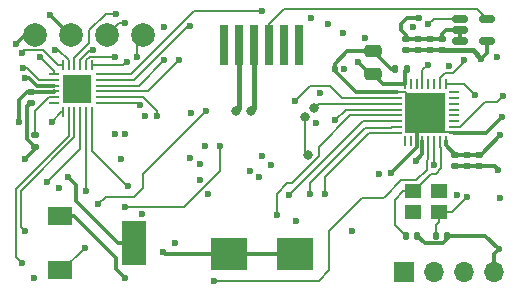
<source format=gbl>
%TF.GenerationSoftware,KiCad,Pcbnew,6.0.5-a6ca702e91~116~ubuntu21.10.1*%
%TF.CreationDate,2022-05-27T18:53:49+10:00*%
%TF.ProjectId,FlarmDisplay,466c6172-6d44-4697-9370-6c61792e6b69,rev?*%
%TF.SameCoordinates,Original*%
%TF.FileFunction,Copper,L4,Bot*%
%TF.FilePolarity,Positive*%
%FSLAX46Y46*%
G04 Gerber Fmt 4.6, Leading zero omitted, Abs format (unit mm)*
G04 Created by KiCad (PCBNEW 6.0.5-a6ca702e91~116~ubuntu21.10.1) date 2022-05-27 18:53:49*
%MOMM*%
%LPD*%
G01*
G04 APERTURE LIST*
G04 Aperture macros list*
%AMRoundRect*
0 Rectangle with rounded corners*
0 $1 Rounding radius*
0 $2 $3 $4 $5 $6 $7 $8 $9 X,Y pos of 4 corners*
0 Add a 4 corners polygon primitive as box body*
4,1,4,$2,$3,$4,$5,$6,$7,$8,$9,$2,$3,0*
0 Add four circle primitives for the rounded corners*
1,1,$1+$1,$2,$3*
1,1,$1+$1,$4,$5*
1,1,$1+$1,$6,$7*
1,1,$1+$1,$8,$9*
0 Add four rect primitives between the rounded corners*
20,1,$1+$1,$2,$3,$4,$5,0*
20,1,$1+$1,$4,$5,$6,$7,0*
20,1,$1+$1,$6,$7,$8,$9,0*
20,1,$1+$1,$8,$9,$2,$3,0*%
G04 Aperture macros list end*
%TA.AperFunction,SMDPad,CuDef*%
%ADD10RoundRect,0.150000X-0.512500X-0.150000X0.512500X-0.150000X0.512500X0.150000X-0.512500X0.150000X0*%
%TD*%
%TA.AperFunction,ComponentPad*%
%ADD11R,1.700000X1.700000*%
%TD*%
%TA.AperFunction,ComponentPad*%
%ADD12O,1.700000X1.700000*%
%TD*%
%TA.AperFunction,SMDPad,CuDef*%
%ADD13RoundRect,0.140000X-0.170000X0.140000X-0.170000X-0.140000X0.170000X-0.140000X0.170000X0.140000X0*%
%TD*%
%TA.AperFunction,SMDPad,CuDef*%
%ADD14RoundRect,0.140000X0.170000X-0.140000X0.170000X0.140000X-0.170000X0.140000X-0.170000X-0.140000X0*%
%TD*%
%TA.AperFunction,SMDPad,CuDef*%
%ADD15RoundRect,0.140000X0.140000X0.170000X-0.140000X0.170000X-0.140000X-0.170000X0.140000X-0.170000X0*%
%TD*%
%TA.AperFunction,SMDPad,CuDef*%
%ADD16RoundRect,0.140000X-0.140000X-0.170000X0.140000X-0.170000X0.140000X0.170000X-0.140000X0.170000X0*%
%TD*%
%TA.AperFunction,SMDPad,CuDef*%
%ADD17RoundRect,0.135000X-0.185000X0.135000X-0.185000X-0.135000X0.185000X-0.135000X0.185000X0.135000X0*%
%TD*%
%TA.AperFunction,SMDPad,CuDef*%
%ADD18C,2.000000*%
%TD*%
%TA.AperFunction,SMDPad,CuDef*%
%ADD19R,2.000000X1.500000*%
%TD*%
%TA.AperFunction,SMDPad,CuDef*%
%ADD20R,2.000000X3.800000*%
%TD*%
%TA.AperFunction,SMDPad,CuDef*%
%ADD21RoundRect,0.062500X-0.062500X0.325000X-0.062500X-0.325000X0.062500X-0.325000X0.062500X0.325000X0*%
%TD*%
%TA.AperFunction,SMDPad,CuDef*%
%ADD22RoundRect,0.062500X-0.325000X0.062500X-0.325000X-0.062500X0.325000X-0.062500X0.325000X0.062500X0*%
%TD*%
%TA.AperFunction,SMDPad,CuDef*%
%ADD23R,2.450000X2.450000*%
%TD*%
%TA.AperFunction,SMDPad,CuDef*%
%ADD24RoundRect,0.250000X0.475000X-0.250000X0.475000X0.250000X-0.475000X0.250000X-0.475000X-0.250000X0*%
%TD*%
%TA.AperFunction,SMDPad,CuDef*%
%ADD25RoundRect,0.062500X0.062500X-0.375000X0.062500X0.375000X-0.062500X0.375000X-0.062500X-0.375000X0*%
%TD*%
%TA.AperFunction,SMDPad,CuDef*%
%ADD26RoundRect,0.062500X0.375000X-0.062500X0.375000X0.062500X-0.375000X0.062500X-0.375000X-0.062500X0*%
%TD*%
%TA.AperFunction,SMDPad,CuDef*%
%ADD27R,3.450000X3.450000*%
%TD*%
%TA.AperFunction,SMDPad,CuDef*%
%ADD28R,1.400000X1.200000*%
%TD*%
%TA.AperFunction,SMDPad,CuDef*%
%ADD29R,0.700000X3.400000*%
%TD*%
%TA.AperFunction,SMDPad,CuDef*%
%ADD30R,3.150000X2.800000*%
%TD*%
%TA.AperFunction,ViaPad*%
%ADD31C,0.600000*%
%TD*%
%TA.AperFunction,ViaPad*%
%ADD32C,0.800000*%
%TD*%
%TA.AperFunction,Conductor*%
%ADD33C,0.300000*%
%TD*%
%TA.AperFunction,Conductor*%
%ADD34C,0.200000*%
%TD*%
%TA.AperFunction,Conductor*%
%ADD35C,0.400000*%
%TD*%
G04 APERTURE END LIST*
D10*
X118115500Y-113599000D03*
X118115500Y-112649000D03*
X118115500Y-111699000D03*
X120390500Y-111699000D03*
X120390500Y-113599000D03*
D11*
X113421000Y-133096000D03*
D12*
X115961000Y-133096000D03*
X118501000Y-133096000D03*
X121041000Y-133096000D03*
D13*
X117739000Y-123190000D03*
X117739000Y-124150000D03*
D14*
X115580000Y-114363500D03*
X115580000Y-113403500D03*
D13*
X118755000Y-123190000D03*
X118755000Y-124150000D03*
X119771000Y-123190000D03*
X119771000Y-124150000D03*
D15*
X113619000Y-115951000D03*
X112659000Y-115951000D03*
D16*
X113548000Y-130048000D03*
X114508000Y-130048000D03*
D13*
X81798000Y-117856000D03*
X81798000Y-118816000D03*
D17*
X82179000Y-121535000D03*
X82179000Y-122555000D03*
D18*
X88275000Y-113030000D03*
X91323000Y-113030000D03*
D19*
X84261000Y-132983000D03*
D20*
X90561000Y-130683000D03*
D19*
X84261000Y-128383000D03*
D14*
X116596000Y-114363500D03*
X116596000Y-113403500D03*
X113548000Y-113411000D03*
X113548000Y-114371000D03*
D21*
X84485000Y-115614500D03*
X84985000Y-115614500D03*
X85485000Y-115614500D03*
X85985000Y-115614500D03*
X86485000Y-115614500D03*
X86985000Y-115614500D03*
D22*
X87722500Y-116352000D03*
X87722500Y-116852000D03*
X87722500Y-117352000D03*
X87722500Y-117852000D03*
X87722500Y-118352000D03*
X87722500Y-118852000D03*
D21*
X86985000Y-119589500D03*
X86485000Y-119589500D03*
X85985000Y-119589500D03*
X85485000Y-119589500D03*
X84985000Y-119589500D03*
X84485000Y-119589500D03*
D22*
X83747500Y-118852000D03*
X83747500Y-118352000D03*
X83747500Y-117852000D03*
X83747500Y-117352000D03*
X83747500Y-116852000D03*
X83747500Y-116352000D03*
D23*
X85735000Y-117602000D03*
D24*
X110754000Y-116332000D03*
X110754000Y-114432000D03*
D14*
X114564000Y-114371000D03*
X114564000Y-113411000D03*
D18*
X82179000Y-113030000D03*
D25*
X116949000Y-122071500D03*
X116449000Y-122071500D03*
X115949000Y-122071500D03*
X115449000Y-122071500D03*
X114949000Y-122071500D03*
X114449000Y-122071500D03*
X113949000Y-122071500D03*
X113449000Y-122071500D03*
D26*
X112761500Y-121384000D03*
X112761500Y-120884000D03*
X112761500Y-120384000D03*
X112761500Y-119884000D03*
X112761500Y-119384000D03*
X112761500Y-118884000D03*
X112761500Y-118384000D03*
X112761500Y-117884000D03*
D25*
X113449000Y-117196500D03*
X113949000Y-117196500D03*
X114449000Y-117196500D03*
X114949000Y-117196500D03*
X115449000Y-117196500D03*
X115949000Y-117196500D03*
X116449000Y-117196500D03*
X116949000Y-117196500D03*
D26*
X117636500Y-117884000D03*
X117636500Y-118384000D03*
X117636500Y-118884000D03*
X117636500Y-119384000D03*
X117636500Y-119884000D03*
X117636500Y-120384000D03*
X117636500Y-120884000D03*
X117636500Y-121384000D03*
D27*
X115199000Y-119634000D03*
D16*
X116088000Y-130048000D03*
X117048000Y-130048000D03*
D18*
X85227000Y-113030000D03*
D28*
X114183000Y-126316000D03*
X116383000Y-128016000D03*
X116383000Y-126316000D03*
X114183000Y-128016000D03*
D29*
X104531000Y-113919000D03*
X103261000Y-113919000D03*
X101991000Y-113919000D03*
D30*
X104141000Y-131619000D03*
D29*
X100721000Y-113919000D03*
D30*
X98541000Y-131619000D03*
D29*
X99451000Y-113919000D03*
X98181000Y-113919000D03*
D31*
X105537000Y-111633000D03*
X114681000Y-111633000D03*
X115443000Y-112141000D03*
X114173000Y-112395000D03*
X121285000Y-114935000D03*
X121793000Y-118237000D03*
X89418000Y-123571000D03*
X121549000Y-126873000D03*
X121539000Y-121539000D03*
X93990000Y-130683000D03*
X91196000Y-128235000D03*
X108976000Y-129667000D03*
X114437000Y-123698000D03*
X104277000Y-128778000D03*
X89799000Y-121412000D03*
X110119000Y-113284000D03*
X109484000Y-115331000D03*
X83449000Y-111379000D03*
X84211000Y-125984000D03*
X119898000Y-115062000D03*
X93101000Y-112395000D03*
X80782000Y-120396000D03*
X82052000Y-133604000D03*
X108214000Y-112903000D03*
D32*
X99197000Y-119507000D03*
D31*
X84973000Y-125095000D03*
X88910000Y-121412000D03*
X81290000Y-123571000D03*
D32*
X100467000Y-119507000D03*
D31*
X86624000Y-118237000D03*
X121676000Y-120015000D03*
X115326000Y-118999000D03*
X102118000Y-124079000D03*
X81290000Y-116713000D03*
X101102000Y-125095000D03*
X107516734Y-115926737D03*
X121387000Y-124460000D03*
X114056000Y-119761000D03*
X96149000Y-123952000D03*
X85100000Y-116713000D03*
X121422000Y-131191000D03*
X85862000Y-117475000D03*
X101356000Y-123317000D03*
X112278000Y-124714000D03*
X100340000Y-124587000D03*
X113802000Y-118237000D03*
X89799000Y-133604000D03*
X116596000Y-119761000D03*
X80528000Y-113792000D03*
X92974000Y-131445000D03*
X118755000Y-126746000D03*
X115961000Y-124079000D03*
X97292000Y-133858000D03*
X101356000Y-110998000D03*
X111262000Y-124841000D03*
X83830000Y-114300000D03*
X88910000Y-114935000D03*
X106944000Y-112141000D03*
X108341000Y-115951000D03*
X87025474Y-114326990D03*
X106309000Y-117983000D03*
X89037000Y-111252000D03*
X89926000Y-115316000D03*
D32*
X105039000Y-120015000D03*
X105293000Y-123190000D03*
D31*
X95260000Y-112268000D03*
X93101000Y-115189000D03*
X92466000Y-119888000D03*
X90053000Y-125857000D03*
X81036000Y-132334000D03*
X83195000Y-125476000D03*
X81290000Y-129667000D03*
X105928000Y-120523000D03*
X117231000Y-115697000D03*
X86497000Y-126238000D03*
X91069000Y-118999000D03*
X94371000Y-115189000D03*
X115453000Y-115570000D03*
X118501000Y-115189000D03*
X117866000Y-126619000D03*
X119390000Y-118110000D03*
X104150000Y-118653500D03*
X86370000Y-131064000D03*
X87513000Y-127381000D03*
X96657000Y-119507000D03*
X89799000Y-127635000D03*
X97800000Y-122428000D03*
X106690000Y-126492000D03*
X95387000Y-119634000D03*
X89799000Y-112014000D03*
X105420000Y-126492000D03*
X90815000Y-114935000D03*
X91450000Y-119888000D03*
X95260000Y-123444000D03*
X103642000Y-126619000D03*
X82560000Y-114935000D03*
X102626000Y-128270000D03*
X96149000Y-125349000D03*
X107579000Y-120269000D03*
X96784000Y-126492000D03*
X81036000Y-114554000D03*
X83576000Y-120396000D03*
D32*
X105801000Y-119253000D03*
D31*
X81163000Y-115824000D03*
X96530000Y-122428000D03*
D33*
X119771000Y-123190000D02*
X119888000Y-123190000D01*
X119888000Y-123190000D02*
X121539000Y-121539000D01*
D34*
X120390500Y-111699000D02*
X119562500Y-110871000D01*
X101991000Y-112131000D02*
X101991000Y-113919000D01*
X119562500Y-110871000D02*
X103251000Y-110871000D01*
X103251000Y-110871000D02*
X101991000Y-112131000D01*
D33*
X113665000Y-111633000D02*
X114681000Y-111633000D01*
X113411000Y-111887000D02*
X113665000Y-111633000D01*
D34*
X118115500Y-111699000D02*
X115885000Y-111699000D01*
X115885000Y-111699000D02*
X115443000Y-112141000D01*
D33*
X120390500Y-113599000D02*
X120390500Y-114569500D01*
X118115500Y-112649000D02*
X118115500Y-113599000D01*
X116596000Y-113020000D02*
X116967000Y-112649000D01*
X116596000Y-113403500D02*
X116596000Y-113020000D01*
X116967000Y-112649000D02*
X118115500Y-112649000D01*
X120390500Y-114569500D02*
X119898000Y-115062000D01*
X113548000Y-113040000D02*
X113157000Y-112649000D01*
X113157000Y-112141000D02*
X113411000Y-111887000D01*
X113548000Y-113411000D02*
X113548000Y-113040000D01*
X113157000Y-112649000D02*
X113157000Y-112141000D01*
D34*
X121285000Y-118745000D02*
X121793000Y-118237000D01*
X120913002Y-118745000D02*
X121285000Y-118745000D01*
X97292000Y-133858000D02*
X106172000Y-133858000D01*
X106172000Y-133858000D02*
X107061000Y-132969000D01*
X107061000Y-132969000D02*
X107061000Y-129667000D01*
X107061000Y-129667000D02*
X109855000Y-126873000D01*
X111643000Y-126873000D02*
X111770000Y-126746000D01*
X109855000Y-126873000D02*
X111643000Y-126873000D01*
D33*
X116949000Y-122071500D02*
X116949000Y-122400000D01*
X81798000Y-117856000D02*
X83743500Y-117856000D01*
X116949000Y-122400000D02*
X117739000Y-123190000D01*
X115580000Y-114363500D02*
X116596000Y-114363500D01*
X114949000Y-123186000D02*
X114437000Y-123698000D01*
X117739000Y-123190000D02*
X118755000Y-123190000D01*
X114564000Y-114371000D02*
X115572500Y-114371000D01*
X114949000Y-122071500D02*
X114949000Y-123186000D01*
X113449000Y-117196500D02*
X113449000Y-116121000D01*
X111618500Y-117196500D02*
X110754000Y-116332000D01*
X85227000Y-113030000D02*
X85100000Y-113030000D01*
X113449000Y-117196500D02*
X111618500Y-117196500D01*
X110485000Y-116332000D02*
X109484000Y-115331000D01*
D35*
X99451000Y-119253000D02*
X99197000Y-119507000D01*
D33*
X113548000Y-114371000D02*
X114564000Y-114371000D01*
D35*
X119199500Y-114363500D02*
X119898000Y-115062000D01*
X116596000Y-114363500D02*
X119199500Y-114363500D01*
D33*
X81488000Y-117856000D02*
X80782000Y-118562000D01*
X118755000Y-123190000D02*
X119771000Y-123190000D01*
X81798000Y-117856000D02*
X81488000Y-117856000D01*
X110754000Y-116332000D02*
X110485000Y-116332000D01*
X85100000Y-113030000D02*
X83449000Y-111379000D01*
X80782000Y-118562000D02*
X80782000Y-120396000D01*
X115572500Y-114371000D02*
X115580000Y-114363500D01*
D35*
X99451000Y-113919000D02*
X99451000Y-119253000D01*
D33*
X83743500Y-117856000D02*
X83747500Y-117852000D01*
X113449000Y-116121000D02*
X113619000Y-115951000D01*
X89164000Y-130683000D02*
X90561000Y-130683000D01*
X85611001Y-125733001D02*
X85611001Y-127130001D01*
X85611001Y-127130001D02*
X89164000Y-130683000D01*
X84973000Y-125095000D02*
X85611001Y-125733001D01*
X107516734Y-116088736D02*
X107516734Y-115926737D01*
X114449000Y-122071500D02*
X114449000Y-122592378D01*
X110754000Y-114432000D02*
X108587207Y-114432000D01*
X82296980Y-117352000D02*
X81657980Y-116713000D01*
X117048000Y-130048000D02*
X120279000Y-130048000D01*
X82179000Y-122682000D02*
X81290000Y-123571000D01*
X112327378Y-124714000D02*
X112278000Y-124714000D01*
X85467000Y-128383000D02*
X89037000Y-131953000D01*
D34*
X115199000Y-119634000D02*
X113802000Y-118237000D01*
D33*
X119771000Y-124150000D02*
X121077000Y-124150000D01*
X93148000Y-131619000D02*
X92974000Y-131445000D01*
X120307000Y-121384000D02*
X121676000Y-120015000D01*
D34*
X112811510Y-117934010D02*
X112761500Y-117884000D01*
D33*
X121077000Y-124150000D02*
X121387000Y-124460000D01*
X107516734Y-115502473D02*
X107516734Y-115926737D01*
X117739000Y-124150000D02*
X118755000Y-124150000D01*
X113548000Y-113411000D02*
X114564000Y-113411000D01*
X115580000Y-113403500D02*
X116596000Y-113403500D01*
X114449000Y-122592378D02*
X112327378Y-124714000D01*
X98541000Y-131619000D02*
X104141000Y-131619000D01*
X108587207Y-114432000D02*
X107516734Y-115502473D01*
X121041000Y-131572000D02*
X121422000Y-131191000D01*
D35*
X100721000Y-113919000D02*
X100721000Y-119253000D01*
D33*
X114449000Y-120384000D02*
X115199000Y-119634000D01*
X115168010Y-130708010D02*
X116697990Y-130708010D01*
X117048000Y-130358000D02*
X117048000Y-130048000D01*
D34*
X113802000Y-118237000D02*
X113499010Y-117934010D01*
D33*
X84261000Y-128383000D02*
X85467000Y-128383000D01*
D34*
X113499010Y-117934010D02*
X112811510Y-117934010D01*
D33*
X89037000Y-132842000D02*
X89799000Y-133604000D01*
X121041000Y-133096000D02*
X121041000Y-131572000D01*
X112273000Y-115951000D02*
X110754000Y-114432000D01*
X112761500Y-117884000D02*
X109311998Y-117884000D01*
X120279000Y-130048000D02*
X121422000Y-131191000D01*
D35*
X100721000Y-119253000D02*
X100467000Y-119507000D01*
D33*
X83747500Y-117352000D02*
X82296980Y-117352000D01*
X118755000Y-124150000D02*
X119771000Y-124150000D01*
X114564000Y-113411000D02*
X115572500Y-113411000D01*
X117636500Y-121384000D02*
X120307000Y-121384000D01*
X116697990Y-130708010D02*
X117048000Y-130358000D01*
X81508990Y-121884990D02*
X81508990Y-119105010D01*
X81290000Y-113030000D02*
X80528000Y-113792000D01*
D34*
X117509010Y-121309010D02*
X116874010Y-121309010D01*
D33*
X82179000Y-122555000D02*
X81508990Y-121884990D01*
X81508990Y-119105010D02*
X81798000Y-118816000D01*
X114508000Y-130048000D02*
X115168010Y-130708010D01*
X115572500Y-113411000D02*
X115580000Y-113403500D01*
X82179000Y-122555000D02*
X82179000Y-122682000D01*
D34*
X116874010Y-121309010D02*
X115199000Y-119634000D01*
X117584000Y-121384000D02*
X117509010Y-121309010D01*
D33*
X89037000Y-131953000D02*
X89037000Y-132842000D01*
X82179000Y-113030000D02*
X81290000Y-113030000D01*
X98541000Y-131619000D02*
X93148000Y-131619000D01*
D34*
X117636500Y-121384000D02*
X117584000Y-121384000D01*
D33*
X114449000Y-122071500D02*
X114449000Y-120384000D01*
X112659000Y-115951000D02*
X112273000Y-115951000D01*
X81657980Y-116713000D02*
X81290000Y-116713000D01*
X109311998Y-117884000D02*
X107516734Y-116088736D01*
D34*
X114183000Y-126316000D02*
X113343000Y-126316000D01*
X114232000Y-126316000D02*
X115707000Y-124841000D01*
X116561001Y-122633669D02*
X116449000Y-122521668D01*
X116088000Y-124841000D02*
X116561001Y-124367999D01*
X116561001Y-124367999D02*
X116561001Y-122633669D01*
X112659000Y-127000000D02*
X112659000Y-129159000D01*
X112659000Y-129159000D02*
X113548000Y-130048000D01*
X113343000Y-126316000D02*
X112659000Y-127000000D01*
X115707000Y-124841000D02*
X116088000Y-124841000D01*
X116449000Y-122521668D02*
X116449000Y-122071500D01*
X114183000Y-126316000D02*
X114232000Y-126316000D01*
X115949000Y-124067000D02*
X115961000Y-124079000D01*
X115949000Y-122071500D02*
X115949000Y-124067000D01*
X116088000Y-129159000D02*
X116088000Y-130048000D01*
X117485000Y-128016000D02*
X116383000Y-128016000D01*
X118755000Y-126746000D02*
X117485000Y-128016000D01*
X116383000Y-128016000D02*
X116383000Y-128864000D01*
X116383000Y-128864000D02*
X116088000Y-129159000D01*
X115326000Y-124460000D02*
X114437000Y-125349000D01*
X115449000Y-123575000D02*
X115326000Y-123698000D01*
X114437000Y-125349000D02*
X113167000Y-125349000D01*
X115326000Y-123698000D02*
X115326000Y-124460000D01*
X113167000Y-125349000D02*
X111770000Y-126746000D01*
X115449000Y-122071500D02*
X115449000Y-123575000D01*
X87722500Y-116352000D02*
X90287998Y-116352000D01*
X95641998Y-110998000D02*
X101356000Y-110998000D01*
X90287998Y-116352000D02*
X95641998Y-110998000D01*
X84985000Y-115214332D02*
X84070668Y-114300000D01*
X84070668Y-114300000D02*
X83830000Y-114300000D01*
X84985000Y-115614500D02*
X84985000Y-115214332D01*
X86485000Y-115214332D02*
X86772342Y-114926990D01*
X86485000Y-115614500D02*
X86485000Y-115214332D01*
X86772342Y-114926990D02*
X88901990Y-114926990D01*
X88901990Y-114926990D02*
X88910000Y-114935000D01*
X86806644Y-114326990D02*
X87025474Y-114326990D01*
X85985000Y-115148634D02*
X86806644Y-114326990D01*
X85985000Y-115614500D02*
X85985000Y-115148634D01*
X86751000Y-113713462D02*
X86751000Y-112629998D01*
X85485000Y-114979462D02*
X86751000Y-113713462D01*
X86751000Y-112629998D02*
X88128998Y-111252000D01*
X85485000Y-115614500D02*
X85485000Y-114979462D01*
X88128998Y-111252000D02*
X89037000Y-111252000D01*
X89627500Y-115614500D02*
X89926000Y-115316000D01*
X86985000Y-115614500D02*
X89627500Y-115614500D01*
X105039000Y-120015000D02*
X105039000Y-122936000D01*
X105039000Y-122936000D02*
X105293000Y-123190000D01*
X95133998Y-112268000D02*
X95260000Y-112268000D01*
X87722500Y-116852000D02*
X90549998Y-116852000D01*
X90549998Y-116852000D02*
X95133998Y-112268000D01*
X87722500Y-117352000D02*
X90938000Y-117352000D01*
X90938000Y-117352000D02*
X93101000Y-115189000D01*
X92466000Y-119507998D02*
X92466000Y-119888000D01*
X91310002Y-118352000D02*
X92466000Y-119507998D01*
X87722500Y-118352000D02*
X91310002Y-118352000D01*
X86985000Y-122916000D02*
X89926000Y-125857000D01*
X89926000Y-125857000D02*
X90053000Y-125857000D01*
X86985000Y-119589500D02*
X86985000Y-122916000D01*
X84985000Y-119589500D02*
X84985000Y-121654000D01*
X80528000Y-131826000D02*
X81036000Y-132334000D01*
X80528000Y-126111000D02*
X80528000Y-131826000D01*
X84985000Y-121654000D02*
X80528000Y-126111000D01*
X85985000Y-122686000D02*
X83195000Y-125476000D01*
X85985000Y-119589500D02*
X85985000Y-122686000D01*
X80928010Y-126276688D02*
X80928010Y-129305010D01*
X85485000Y-119589500D02*
X85485000Y-121719698D01*
X80928010Y-129305010D02*
X81290000Y-129667000D01*
X85485000Y-121719698D02*
X80928010Y-126276688D01*
X86485000Y-119589500D02*
X86485000Y-126226000D01*
X86485000Y-126226000D02*
X86497000Y-126238000D01*
X90922000Y-118852000D02*
X91069000Y-118999000D01*
X87722500Y-118852000D02*
X90922000Y-118852000D01*
X87722500Y-117852000D02*
X91708000Y-117852000D01*
X91708000Y-117852000D02*
X94371000Y-115189000D01*
X114949000Y-116074000D02*
X115453000Y-115570000D01*
X114949000Y-117196500D02*
X114949000Y-116074000D01*
X118501000Y-115315002D02*
X118501000Y-115189000D01*
X117519001Y-116297001D02*
X118501000Y-115315002D01*
X116449000Y-117196500D02*
X116449000Y-116746332D01*
X116449000Y-116746332D02*
X116898331Y-116297001D01*
X116898331Y-116297001D02*
X117519001Y-116297001D01*
X116949000Y-117196500D02*
X118476500Y-117196500D01*
X118476500Y-117196500D02*
X119390000Y-118110000D01*
X108107000Y-118384000D02*
X107105999Y-117382999D01*
X105420501Y-117382999D02*
X104150000Y-118653500D01*
X112761500Y-118384000D02*
X108107000Y-118384000D01*
X107105999Y-117382999D02*
X105420501Y-117382999D01*
X86370000Y-131064000D02*
X84451000Y-132983000D01*
X91323000Y-125984000D02*
X90561000Y-126746000D01*
X91323000Y-124841000D02*
X91323000Y-125984000D01*
X96657000Y-119507000D02*
X91323000Y-124841000D01*
X88148000Y-126746000D02*
X87513000Y-127381000D01*
X88275000Y-126746000D02*
X88148000Y-126746000D01*
X84451000Y-132983000D02*
X84261000Y-132983000D01*
X90561000Y-126746000D02*
X88275000Y-126746000D01*
X118140000Y-120884000D02*
X120279000Y-118745000D01*
X120279000Y-118745000D02*
X120913002Y-118745000D01*
X117636500Y-120884000D02*
X118140000Y-120884000D01*
X94752998Y-127635000D02*
X89799000Y-127635000D01*
X97800000Y-122428000D02*
X97800000Y-124587998D01*
X97800000Y-124587998D02*
X94752998Y-127635000D01*
X83747500Y-118352000D02*
X83347332Y-118352000D01*
X82179000Y-119520332D02*
X82179000Y-121535000D01*
X83347332Y-118352000D02*
X82179000Y-119520332D01*
X106690000Y-125095000D02*
X106690000Y-126492000D01*
X89291000Y-112014000D02*
X88275000Y-113030000D01*
X89799000Y-112014000D02*
X89291000Y-112014000D01*
X109865000Y-121920000D02*
X106690000Y-125095000D01*
X112761500Y-121384000D02*
X110401000Y-121384000D01*
X110401000Y-121384000D02*
X109865000Y-121920000D01*
X112761500Y-120884000D02*
X112311332Y-120884000D01*
X112311332Y-120884000D02*
X112291332Y-120904000D01*
X112291332Y-120904000D02*
X110119000Y-120904000D01*
X90815000Y-114935000D02*
X90815000Y-113538000D01*
X110119000Y-120904000D02*
X105420000Y-125603000D01*
X90815000Y-113538000D02*
X91323000Y-113030000D01*
X105420000Y-125603000D02*
X105420000Y-126492000D01*
X112761500Y-120384000D02*
X109877000Y-120384000D01*
X109877000Y-120384000D02*
X103642000Y-126619000D01*
X83747500Y-116352000D02*
X83747500Y-116122500D01*
X106182000Y-122555000D02*
X106182000Y-123337002D01*
X106182000Y-123337002D02*
X103916002Y-125603000D01*
X103515000Y-125603000D02*
X102626000Y-126492000D01*
X102626000Y-126492000D02*
X102626000Y-128270000D01*
X83747500Y-116122500D02*
X82560000Y-114935000D01*
X103916002Y-125603000D02*
X103515000Y-125603000D01*
X108853000Y-119884000D02*
X106182000Y-122555000D01*
X112761500Y-119884000D02*
X108853000Y-119884000D01*
X81255001Y-114334999D02*
X81036000Y-114554000D01*
X82848001Y-114334999D02*
X81255001Y-114334999D01*
X108464000Y-119384000D02*
X107579000Y-120269000D01*
X84485000Y-115614500D02*
X84127502Y-115614500D01*
X84127502Y-115614500D02*
X82848001Y-114334999D01*
X112761500Y-119384000D02*
X108464000Y-119384000D01*
X84382500Y-119589500D02*
X83576000Y-120396000D01*
X105801000Y-119253000D02*
X106170000Y-118884000D01*
X84485000Y-119589500D02*
X84382500Y-119589500D01*
X106170000Y-118884000D02*
X112761500Y-118884000D01*
X83747500Y-116852000D02*
X82502698Y-116852000D01*
X81474698Y-115824000D02*
X81163000Y-115824000D01*
X82502698Y-116852000D02*
X81474698Y-115824000D01*
M02*

</source>
